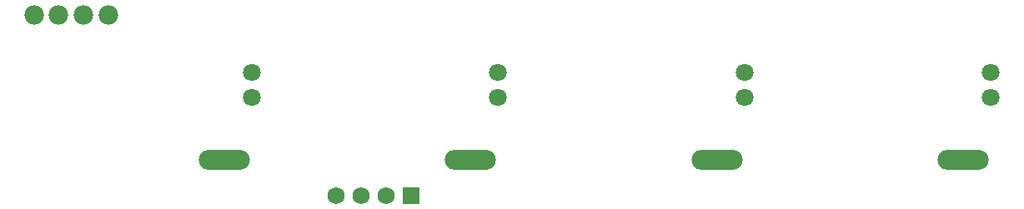
<source format=gts>
%FSLAX25Y25*%
%MOIN*%
G70*
G01*
G75*
G04 Layer_Color=8388736*
%ADD10C,0.02000*%
%ADD11C,0.03000*%
%ADD12C,0.01000*%
%ADD13C,0.01500*%
%ADD14C,0.06000*%
%ADD15R,0.06000X0.06000*%
%ADD16O,0.19685X0.07087*%
%ADD17C,0.07000*%
%ADD18C,0.06300*%
%ADD19C,0.02500*%
%ADD20R,0.02400X0.07600*%
%ADD21O,0.02400X0.07600*%
%ADD22R,0.06000X0.05000*%
%ADD23R,0.05000X0.06000*%
%ADD24C,0.00700*%
%ADD25C,0.00500*%
%ADD26C,0.00100*%
%ADD27C,0.00200*%
%ADD28C,0.00600*%
%ADD29R,0.00900X0.00700*%
%ADD30R,0.00446X0.00990*%
%ADD31C,0.00400*%
%ADD32C,0.06800*%
%ADD33R,0.06800X0.06800*%
%ADD34O,0.20485X0.07887*%
%ADD35C,0.07800*%
%ADD36C,0.07100*%
D32*
X160000Y11988D02*
D03*
X150000D02*
D03*
X140000D02*
D03*
D33*
X170000D02*
D03*
D34*
X390551Y26378D02*
D03*
X193701D02*
D03*
X95276D02*
D03*
X292126D02*
D03*
D35*
X19248Y84378D02*
D03*
X29091D02*
D03*
X38933D02*
D03*
X48776D02*
D03*
D36*
X401575Y61102D02*
D03*
Y51102D02*
D03*
X303150D02*
D03*
Y61102D02*
D03*
X204724D02*
D03*
Y51102D02*
D03*
X106299D02*
D03*
Y61102D02*
D03*
M02*

</source>
